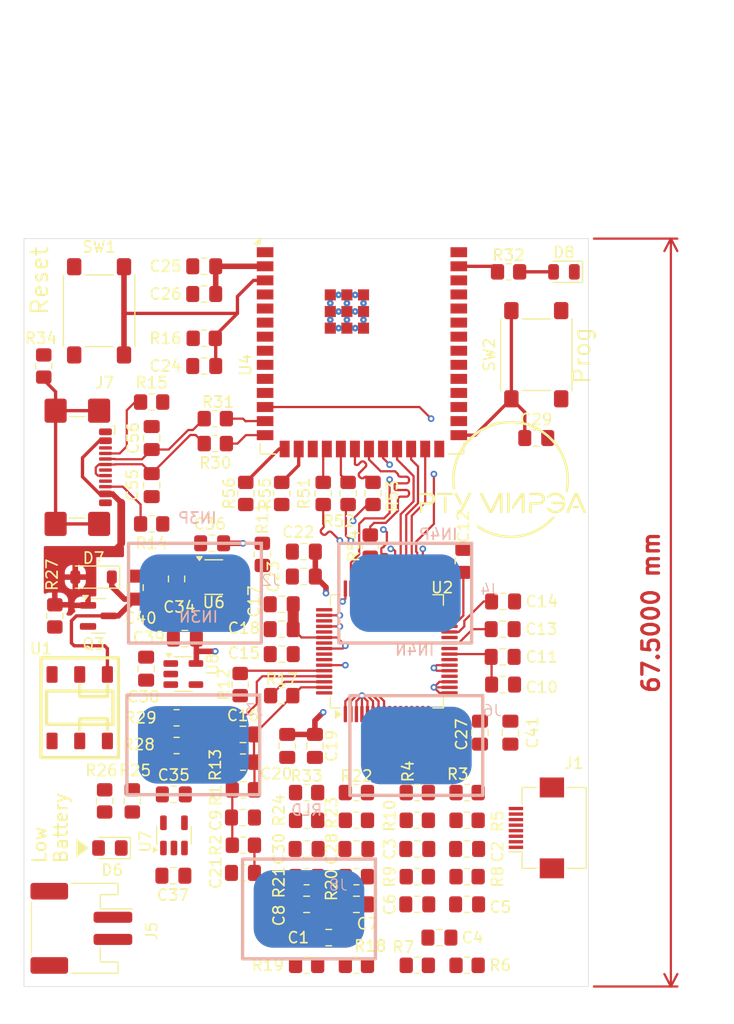
<source format=kicad_pcb>
(kicad_pcb (version 20241229) (generator "pcbnew") (generator_version "9.0")
  (layers (0 "F.Cu" signal) (4 "In1.Cu" power) (6 "In2.Cu" power) (2 "B.Cu" signal) (13 "F.Paste" user) (15 "B.Paste" user) (5 "F.SilkS" user "F.Silkscreen") (7 "B.SilkS" user "B.Silkscreen") (1 "F.Mask" user) (3 "B.Mask" user) (25 "Edge.Cuts" user))
  (net 0 "")
  (net 1 "GNDA")
  (net 2 "Net-(U2-IN3P)")
  (net 3 "Net-(U2-IN3N)")
  (net 4 "Net-(C9-Pad2)")
  (net 5 "Net-(U2-VREFP)")
  (net 6 "Net-(U2-VCAP2)")
  (net 7 "Net-(U2-VCAP4)")
  (net 8 "Net-(U2-VCAP1)")
  (net 9 "Net-(U2-VCAP3)")
  (net 10 "RLDINV")
  (net 11 "Net-(U2-RLDOUT)")
  (net 12 "+3.3VA")
  (net 13 "/adc_8/RLD")
  (net 14 "+3.3V")
  (net 15 "GND")
  (net 16 "EN")
  (net 17 "IO0")
  (net 18 "Net-(U2-IN4P)")
  (net 19 "VIN")
  (net 20 "/power_supply/VUSB{slash}2.1A")
  (net 21 "/power_supply/BAT")
  (net 22 "Net-(U2-IN4N)")
  (net 23 "Net-(C1-Pad2)")
  (net 24 "Net-(C1-Pad1)")
  (net 25 "Net-(C2-Pad1)")
  (net 26 "Net-(C3-Pad1)")
  (net 27 "Net-(C4-Pad2)")
  (net 28 "Net-(C4-Pad1)")
  (net 29 "/usb_d+")
  (net 30 "/usb_d-")
  (net 31 "/adc_8/sclk")
  (net 32 "Net-(D6-A)")
  (net 33 "Net-(D6-K)")
  (net 34 "Net-(D8-A)")
  (net 35 "Net-(C28-Pad1)")
  (net 36 "Net-(C30-Pad1)")
  (net 37 "Net-(J7-CC1)")
  (net 38 "Net-(J7-SHIELD)")
  (net 41 "Net-(J7-CC2)")
  (net 42 "Net-(U2-RLDREF)")
  (net 43 "Net-(U2-RLDIN)")
  (net 44 "Net-(U7-PROG)")
  (net 45 "/cpu_wroom_esp32/bat_mon")
  (net 46 "/cpu_wroom_esp32/D+")
  (net 47 "/cpu_wroom_esp32/D-")
  (net 48 "/adc_8/cs")
  (net 49 "Net-(U4-IO10)")
  (net 50 "Net-(U4-IO11)")
  (net 51 "/adc_8/din")
  (net 52 "Net-(U4-IO12)")
  (net 53 "/adc_8/dout")
  (net 54 "Net-(U4-IO13)")
  (net 55 "Net-(U4-IO46)")
  (net 56 "Net-(U4-IO3)")
  (net 57 "PWR_ENA")
  (net 66 "/adc_8/reset")
  (net 67 "/adc_8/drdy")
  (net 69 "/adc_8/start")
  (net 70 "/adc_8/pwdn")
  (net 71 "/adc_8/clk")
  (net 75 "IO1")
  (net 95 "/adc_8/IN3PF")
  (net 96 "/adc_8/IN3NF")
  (net 97 "/adc_8/IN4PF")
  (net 98 "/adc_8/IN4NF")
  (net 99 "/adc_8/IN2N")
  (net 100 "/adc_8/IN1P")
  (net 101 "/adc_8/IN1N")
  (net 102 "/adc_8/IN2P")
  (footprint "Capacitor_SMD:C_0805_2012Metric_Pad1.18x1.45mm_HandSolder" (layer "F.Cu") (at 193.4125 79.0875 90)
    (property "Reference" "C12")
    (property "Value" "1uF")
  )
  (footprint "Resistor_SMD:R_0805_2012Metric_Pad1.20x1.40mm_HandSolder" (layer "F.Cu") (at 179.25 115.5875)
    (property "Reference" "R19")
    (property "Value" "5.1k")
  )
  (footprint "Capacitor_SMD:C_0805_2012Metric_Pad1.18x1.45mm_HandSolder" (layer "F.Cu") (at 197 82.75)
    (property "Reference" "C14")
    (property "Value" "22uF")
  )
  (footprint "Resistor_SMD:R_0805_2012Metric_Pad1.20x1.40mm_HandSolder" (layer "F.Cu") (at 180.75 73 90)
    (property "Reference" "R51")
    (property "Value" "20")
  )
  (footprint "Package_TO_SOT_SMD:SOT-23" (layer "F.Cu") (at 160.4375 84.05)
    (property "Reference" "Q3")
    (property "Value" "DMG3404L")
  )
  (footprint "Capacitor_SMD:C_0805_2012Metric_Pad1.18x1.45mm_HandSolder" (layer "F.Cu") (at 165.25 72.25 90)
    (property "Reference" "C55")
    (property "Value" "10pF")
  )
  (footprint "Resistor_SMD:R_0805_2012Metric_Pad1.20x1.40mm_HandSolder" (layer "F.Cu") (at 183.75 115.5875 180)
    (property "Reference" "R18")
    (property "Value" "5.1k")
  )
  (footprint "Capacitor_SMD:C_0805_2012Metric_Pad1.18x1.45mm_HandSolder" (layer "F.Cu") (at 179.25 105.0875)
    (property "Reference" "C30")
    (property "Value" "2.2uF")
  )
  (footprint "Capacitor_SMD:C_0805_2012Metric_Pad1.18x1.45mm_HandSolder" (layer "F.Cu") (at 170 55)
    (property "Reference" "C26")
    (property "Value" "0.1uF")
  )
  (footprint "Capacitor_SMD:C_0805_2012Metric_Pad1.18x1.45mm_HandSolder" (layer "F.Cu") (at 173.5 94.75)
    (property "Reference" "C16")
    (property "Value" "0.01uF")
  )
  (footprint "Button_Switch_SMD:SW_SPST_PTS645Sx43SMTR92" (layer "F.Cu") (at 160.5 56.52 90)
    (property "Reference" "SW1")
    (property "Value" "SW_Push")
  )
  (footprint "Capacitor_SMD:C_0805_2012Metric_Pad1.18x1.45mm_HandSolder" (layer "F.Cu") (at 167.25 100.1625)
    (property "Reference" "C35")
    (property "Value" "4.7uF")
  )
  (footprint "Logo:mirea-2026" (layer "F.Cu") (at 197 71.75)
    (property "Reference" "G***" (hide yes))
    (property "Value" "LOGO" (hide yes))
  )
  (footprint "Resistor_SMD:R_0805_2012Metric_Pad1.20x1.40mm_HandSolder" (layer "F.Cu") (at 156.5 84.05 90)
    (property "Reference" "R27")
    (property "Value" "10k")
  )
  (footprint "Capacitor_SMD:C_0805_2012Metric_Pad1.18x1.45mm_HandSolder" (layer "F.Cu") (at 173.5 107.25)
    (property "Reference" "C21")
    (property "Value" "~")
  )
  (footprint "Resistor_SMD:R_0805_2012Metric_Pad1.20x1.40mm_HandSolder" (layer "F.Cu") (at 173.5375 104.75)
    (property "Reference" "R2")
    (property "Value" "10k")
  )
  (footprint "Capacitor_SMD:C_0805_2012Metric_Pad1.18x1.45mm_HandSolder" (layer "F.Cu") (at 191.25 113.0875 180)
    (property "Reference" "C4")
    (property "Value" "33nF")
  )
  (footprint "LED_SMD:LED_0805_2012Metric" (layer "F.Cu") (at 202.5 53 180)
    (property "Reference" "D8")
    (property "Value" "LED")
  )
  (footprint "Diode_SMD:D_SOD-123" (layer "F.Cu") (at 160 80.55 180)
    (property "Reference" "D7")
    (property "Value" "MBR0520")
  )
  (footprint "Capacitor_SMD:C_0805_2012Metric_Pad1.18x1.45mm_HandSolder" (layer "F.Cu") (at 200 68)
    (property "Reference" "C29")
    (property "Value" "0.1uF")
  )
  (footprint "Capacitor_SMD:C_0805_2012Metric_Pad1.18x1.45mm_HandSolder" (layer "F.Cu") (at 189.25 110.0875)
    (property "Reference" "C6")
    (property "Value" "22nF")
  )
  (footprint "Package_TO_SOT_SMD:SOT-23-5" (layer "F.Cu") (at 168.1125 89.3)
    (property "Reference" "U8")
    (property "Value" "AP2112K-3.3")
  )
  (footprint "Resistor_SMD:R_0805_2012Metric_Pad1.20x1.40mm_HandSolder" (layer "F.Cu") (at 185.25 73 90)
    (property "Reference" "R53")
    (property "Value" "20")
  )
  (footprint "Connector_USB:USB_C_Receptacle_GCT_USB4110" (layer "F.Cu") (at 157.395 70.64 -90)
    (property "Reference" "J7")
    (property "Value" "USB_C_Receptacle_USB2.0_16P")
  )
  (footprint "Capacitor_SMD:C_0805_2012Metric_Pad1.18x1.45mm_HandSolder" (layer "F.Cu") (at 196.9625 85.25)
    (property "Reference" "C13")
    (property "Value" "1uF")
  )
  (footprint "Capacitor_SMD:C_0805_2012Metric_Pad1.18x1.45mm_HandSolder" (layer "F.Cu") (at 164.75 88.8125 90)
    (property "Reference" "C38")
    (property "Value" "1uF")
  )
  (footprint "Resistor_SMD:R_0805_2012Metric_Pad1.20x1.40mm_HandSolder" (layer "F.Cu") (at 179.25 107.5875 180)
    (property "Reference" "R21")
    (property "Value" "10k")
  )
  (footprint "Capacitor_SMD:C_0805_2012Metric_Pad1.18x1.45mm_HandSolder" (layer "F.Cu") (at 189.25 105.0875)
    (property "Reference" "C3")
    (property "Value" "2.2uF")
  )
  (footprint "Capacitor_SMD:C_0805_2012Metric_Pad1.18x1.45mm_HandSolder" (layer "F.Cu") (at 179 80.5)
    (property "Reference" "C23")
    (property "Value" "0.1uF")
  )
  (footprint "Capacitor_SMD:C_0805_2012Metric_Pad1.18x1.45mm_HandSolder" (layer "F.Cu") (at 196.9625 87.75 180)
    (property "Reference" "C11")
    (property "Value" "10uF")
  )
  (footprint "Resistor_SMD:R_0805_2012Metric_Pad1.20x1.40mm_HandSolder" (layer "F.Cu") (at 173.5375 99.75 180)
    (property "Reference" "R1")
    (property "Value" "22k")
  )
  (footprint "Resistor_SMD:R_0805_2012Metric_Pad1.20x1.40mm_HandSolder" (layer "F.Cu") (at 175.25 78.5 -90)
    (property "Reference" "R11")
    (property "Value" "0")
  )
  (footprint "Resistor_SMD:R_0805_2012Metric_Pad1.20x1.40mm_HandSolder" (layer "F.Cu") (at 173.25 90.25 90)
    (property "Reference" "R12")
    (property "Value" "0")
  )
  (footprint "Resistor_SMD:R_0805_2012Metric_Pad1.20x1.40mm_HandSolder" (layer "F.Cu") (at 165.25 75.75 180)
    (property "Reference" "R14")
    (property "Value" "5.1k")
  )
  (footprint "Capacitor_SMD:C_0805_2012Metric_Pad1.18x1.45mm_HandSolder" (layer "F.Cu") (at 179.25 110.0875)
    (property "Reference" "C8")
    (property "Value" "22nF")
  )
  (footprint "Capacitor_SMD:C_0805_2012Metric_Pad1.18x1.45mm_HandSolder" (layer "F.Cu") (at 170 61.5)
    (property "Reference" "C24")
    (property "Value" "1uF")
  )
  (footprint "Capacitor_SMD:C_0805_2012Metric_Pad1.18x1.45mm_HandSolder" (layer "F.Cu") (at 173.5 102.25 180)
    (property "Reference" "C9")
    (property "Value" "47pF")
  )
  (footprint "Resistor_SMD:R_0805_2012Metric_Pad1.20x1.40mm_HandSolder" (layer "F.Cu") (at 155.5 61.5 -90)
    (property "Reference" "R34")
    (property "Value" "100k")
  )
  (footprint "Resistor_SMD:R_0805_2012Metric_Pad1.20x1.40mm_HandSolder" (layer "F.Cu") (at 189.25 102.5 180)
    (property "Reference" "R10")
    (property "Value" "10k")
  )
  (footprint "Resistor_SMD:R_0805_2012Metric_Pad1.20x1.40mm_HandSolder" (layer "F.Cu") (at 185 77.75 90)
    (property "Reference" "R54")
    (property "Value" "20")
  )
  (footprint "Resistor_SMD:R_0805_2012Metric_Pad1.20x1.40mm_HandSolder" (layer "F.Cu") (at 165.25 64.75 180)
    (property "Reference" "R15")
    (property "Value" "5.1k")
  )
  (footprint "Capacitor_SMD:C_0805_2012Metric_Pad1.18x1.45mm_HandSolder" (layer "F.Cu") (at 180 95.7875 90)
    (property "Reference" "C19")
    (property "Value" "1uF")
  )
  (footprint "Resistor_SMD:R_0805_2012Metric_Pad1.20x1.40mm_HandSolder" (layer "F.Cu") (at 173.5 97.25 180)
    (property "Reference" "R13")
    (property "Value" "390k")
  )
  (footprint "Resistor_SMD:R_0805_2012Metric_Pad1.20x1.40mm_HandSolder" (layer "F.Cu") (at 179.25 100)
    (property "Reference" "R33")
    (property "Value" "10k")
  )
  (footprint "Capacitor_SMD:C_0805_2012Metric_Pad1.18x1.45mm_HandSolder" (layer "F.Cu") (at 177 87.5 180)
    (property "Reference" "C15")
    (property "Value" "1uF")
  )
  (footprint "Resistor_SMD:R_0805_2012Metric_Pad1.20x1.40mm_HandSolder" (layer "F.Cu") (at 167.5 93.25)
    (property "Reference" "R29")
    (property "Value" "10k")
  )
  (footprint "Resistor_SMD:R_0805_2012Metric_Pad1.20x1.40mm_HandSolder" (layer "F.Cu") (at 167.5 95.75 180)
    (property "Reference" "R28")
    (property "Value" "10k")
  )
  (footprint "emg:MSS22D18" (layer "F.Cu") (at 158.75 92.3375 180)
    (property "Reference" "U1")
    (property "Value" "MSS22D18")
  )
  (footprint "Resistor_SMD:R_0805_2012Metric_Pad1.20x1.40mm_HandSolder" (layer "F.Cu") (at 177 73 90)
    (property "Reference" "R55")
    (property "Value" "10k")
  )
  (footprint "Capacitor_SMD:C_0805_2012Metric_Pad1.18x1.45mm_HandSolder" (layer "F.Cu") (at 168.25 86.1)
    (property "Reference" "C39")
    (property "Value" "2.2uF")
  )
  (footprint "LED_SMD:LED_0805_2012Metric_Pad1.15x1.40mm_HandSolder" (layer "F.Cu") (at 161.475 105 180)
    (property "Reference" "D6")
    (property "Value" "LED")
  )
  (footprint "Capacitor_SMD:C_0805_2012Metric_Pad1.18x1.45mm_HandSolder" (layer "F.Cu") (at 177 85.25)
    (property "Reference" "C18")
    (property "Value" "0.1uF")
  )
  (footprint "Capacitor_SMD:C_0805_2012Metric_Pad1.18x1.45mm_HandSolder" (layer "F.Cu") (at 163.75 81.5 -90)
    (property "Reference" "C40")
    (property "Value" "1uF")
  )
  (footprint "Resistor_SMD:R_0805_2012Metric_Pad1.20x1.40mm_HandSolder" (layer "F.Cu") (at 183.75 107.5875)
    (property "Reference" "R20")
    (property "Value" "10k")
  )
  (footprint "Capacitor_SMD:C_0805_2012Metric_Pad1.18x1.45mm_HandSolder" (layer "F.Cu") (at 197.6625 94.5875 90)
    (property "Reference" "C41")
    (property "Value" "0.1uF")
  )
  (footprint "Resistor_SMD:R_0805_2012Metric_Pad1.20x1.40mm_HandSolder" (layer "F.Cu") (at 179.25 102.5 180)
    (property "Reference" "R24")
    (property "Value" "10k")
  )
  (footprint "Resistor_SMD:R_0805_2012Metric_Pad1.20x1.40mm_HandSolder" (layer "F.Cu") (at 193.75 100)
    (property "Reference" "R3")
    (property "Value" "10k")
  )
  (footprint "Capacitor_SMD:C_0805_2012Metric_Pad1.18x1.45mm_HandSolder" (layer "F.Cu") (at 167.5 80.7125 90)
    (property "Reference" "C34")
    (property "Value" "1uF")
  )
  (footprint "Connector_FFC-FPC:Hirose_FH12-8S-0.5SH_1x08-1MP_P0.50mm_Horizontal" (layer "F.Cu") (at 200.0125 103.1875 90)
    (property "Reference" "J1")
    (property "Value" "Conn_01x08")
  )
  (footprint "Capacitor_SMD:C_0805_2012Metric_Pad1.18x1.45mm_HandSolder" (layer "F.Cu") (at 194.9125 94.5875 90)
    (property "Reference" "C27")
    (property "Value" "1uF")
  )
  (footprint "Resistor_SMD:R_0805_2012Metric_Pad1.20x1.40mm_HandSolder" (layer "F.Cu") (at 189.25 100)
    (property "Reference" "R4")
    (property "Value" "10k")
  )
  (footprint "Resistor_SMD:R_0805_2012Metric_Pad1.20x1.40mm_HandSolder" (layer "F.Cu") (at 193.75 107.5875)
    (property "Reference" "R8")
    (property "Value" "10k")
  )
  (footprint "Package_TO_SOT_SMD:SOT-23-5" (layer "F.Cu") (at 167.2625 103.8625 90)
    (property "Reference" "U7")
    (property "Value" "MCP73831-2-OT")
  )
  (footprint "Capacitor_SMD:C_0805_2012Metric_Pad1.18x1.45mm_HandSolder" (layer "F.Cu") (at 179 78.25)
    (property "Reference" "C22")
    (property "Value" "1uF")
  )
  (footprint "Connector_JST:JST_PH_S2B-PH-SM4-TB_1x02-1MP_P2.00mm_Horizontal" (layer "F.Cu") (at 158.9 112.25 -90)
    (property "Reference" "J5")
    (property "Value" "Battery Connector JC2")
  )
  (footprint "Resistor_SMD:R_0805_2012Metric_Pad1.20x1.40mm_HandSolder" (layer "F.Cu") (at 183 73 90)
    (property "Reference" "R52")
    (property "Value" "20")
  )
  (footprint "Resistor_SMD:R_0805_2012Metric_Pad1.20x1.40mm_HandSolder" (layer "F.Cu") (at 189.25 107.5875 180)
    (property "Reference" "R9")
    (property "Value" "10k")
  )
  (footprint "Capacitor_SMD:C_0805_2012Metric_Pad1.18x1.45mm_HandSolder" (layer "F.Cu") (at 183.75 110.0875)
    (property "Reference" "C7")
    (property "Value" "22nF")
  )
  (footprint "Capacitor_SMD:C_0805_2012Metric_Pad1.18x1.45mm_HandSolder" (layer "F.Cu") (at 167.2125 107.5 180)
    (property "Reference" "C37")
    (property "Value" "4.7uF")
  )
  (footprint "Capacitor_SMD:C_0805_2012Metric_Pad1.18x1.45mm_HandSolder" (layer "F.Cu") (at 183.75 105.0875 180)
    (property "Reference" "C28")
    (property "Value" "2.2uF")
  )
  (footprint "Resistor_SMD:R_0805_2012Metric_Pad1.20x1.40mm_HandSolder" (layer "F.Cu") (at 193.75 102.5 180)
    (property "Reference" "R5")
    (property "Value" "10k")
  )
  (footprint "Resistor_SMD:R_0805_2012Metric_Pad1.20x1.40mm_HandSolder" (layer "F.Cu") (at 161 100.75 -90)
    (property "Reference" "R26")
    (property "Value" "300")
  )
  (footprint "Capacitor_SMD:C_0805_2012Metric_Pad1.18x1.45mm_HandSolder" (layer "F.Cu") (at 177.5 95.7875 90)
    (property "Reference" "C20")
    (property "Value" "0.1uF")
  )
  (footprint "Resistor_SMD:R_0805_2012Metric_Pad1.20x1.40mm_HandSolder" (layer "F.Cu") (at 171 66.25 180)
    (property "Reference" "R31")
    (property "Value" "20")
  )
  (footprint "Capacitor_SMD:C_0805_2012Metric_Pad1.18x1.45mm_HandSolder" (layer "F.Cu") (at 170.7125 77.5)
    (property "Reference" "C36")
    (property "Value" "2.2uF")
  )
  (footprint "Resistor_SMD:R_0805_2012Metric_Pad1.20x1.40mm_HandSolder" (layer "F.Cu") (at 183.75 100)
    (property "Reference" "R22")
    (property "Value" "10k")
  )
  (footprint "Capacitor_SMD:C_0805_2012Metric_Pad1.18x1.45mm_HandSolder" (layer "F.Cu") (at 193.75 105.0875 180)
    (property "Reference" "C2")
    (property "Value" "2.2uF")
  )
  (footprint "Resistor_SMD:R_0805_2012Metric_Pad1.20x1.40mm_HandSolder" (layer "F.Cu") (at 193.75 115.5875 180)
    (property "Reference" "R6")
    (property "Value" "5.1k")
  )
  (footprint "Capacitor_SMD:C_0805_2012Metric_Pad1.18x1.45mm_HandSolder" (layer "F.Cu") (at 181.25 113.0875 180)
    (property "Reference" "C1")
    (property "Value" "33nF")
  )
  (footprint "Package_TO_SOT_SMD:SOT-23-5" (layer "F.Cu") (at 170.8625 80.55)
    (property "Reference" "U6")
    (property "Value" "AP2112K-3.3")
  )
  (footprint "Resistor_SMD:R_0805_2012Metric_Pad1.20x1.40mm_HandSolder" (layer "F.Cu") (at 173.75 73 -90)
    (property "Reference" "R56")
    (property "Value" "10k")
  )
  (footprint "Resistor_SMD:R_0805_2012Metric_Pad1.20x1.40mm_HandSolder" (layer "F.Cu") (at 197.5 53 180)
    (property "Reference" "R32")
    (property "Value" "300")
  )
  (footprint "Resistor_SMD:R_0805_2012Metric_Pad1.20x1.40mm_HandSolder" (layer "F.Cu") (at 163.5 100.75 -90)
    (property "Reference" "R25")
    (property "Value" "2k")
  )
  (footprint "Capacitor_SMD:C_0805_2012Metric_Pad1.18x1.45mm_HandSolder" (layer "F.Cu") (at 165.25 68 90)
    (property "Reference" "C56")
    (property "Value" "10pF")
  )
  (footprint "Button_Switch_SMD:SW_SPST_PTS645Sx43SMTR92" (layer "F.Cu") (at 200 60.48 -90)
    (property "Reference" "SW2")
    (property "Value" "SW_Push")
  )
  (footprint "Capacitor_SMD:C_0805_2012Metric_Pad1.18x1.45mm_HandSolder" (layer "F.Cu") (at 193.75 110.0875)
    (property "Reference" "C5")
    (property "Value" "22nF")
  )
  (footprint "Resistor_SMD:R_0805_2012Metric_Pad1.20x1.40mm_HandSolder" (layer "F.Cu") (at 171 68.5 180)
    (property "Reference" "R30")
    (property "Value" "20")
  )
  (footprint "Capacitor_SMD:C_0805_2012Metric_Pad1.18x1.45mm_HandSolder" (layer "F.Cu") (at 170 52.5)
    (property "Reference" "C25")
    (property "Value" "22uF")
  )
  (footprint "Package_QFP:TQFP-64_10x10mm_P0.5mm" (layer "F.Cu") (at 186.5 87.25 90)
    (property "Reference" "U2")
    (property "Value" "ADS1298xPAG")
  )
  (footprint "Resistor_SMD:R_0805_2012Metric_Pad1.20x1.40mm_HandSolder" (layer "F.Cu") (at 189.25 115.5875)
    (property "Reference" "R7")
    (property "Value" "5.1k")
  )
  (footprint "Resistor_SMD:R_0805_2012Metric_Pad1.20x1.40mm_HandSolder" (layer "F.Cu") (at 183.75 102.5 180)
    (property "Reference" "R23")
    (property "Value" "10k")
  )
  (footprint "Resistor_SMD:R_0805_2012Metric_Pad1.20x1.40mm_HandSolder" (layer "F.Cu") (at 177 91.25 180)
    (property "Reference" "R17")
    (property "Value" "0")
  )
  (footprint "Capacitor_SMD:C_0805_2012Metric_Pad1.18x1.45mm_HandSolder" (layer "F.Cu") (at 197 90.25 180)
    (property "Reference" "C10")
    (property "Value" "0.1uF")
  )
  (footprint "Capacitor_SMD:C_0805_2012Metric_Pad1.18x1.45mm_HandSolder" (layer "F.Cu") (at 177 83)
    (property "Reference" "C17")
    (property "Value" "1uF")
  )
  (footprint "Resistor_SMD:R_0805_2012Metric_Pad1.20x1.40mm_HandSolder" (layer "F.Cu") (at 170 59 180)
    (property "Reference" "R16")
    (property "Value" "5.1k")
  )
  (footprint "RF_Module:ESP32-S3-WROOM-2" (layer "F.Cu") (at 184.25 56.49)
    (property "Reference" "U4")
    (property "Value" "ESP32-S3-WROOM-2")
  )
  (footprint "emg:EMG_PAD_10_7" (layer "B.Cu") (at 188.1625 82 180)
    (property "Reference" "J4")
    (property "Value" "IN4P")
  )
  (footprint "emg:EMG_PAD_10_7" (layer "B.Cu") (at 169.1625 82 180)
    (property "Reference" "J2")
    (property "Value" "IN3P")
  )
  (footprint "emg:EMG_PAD_10_7" (layer "B.Cu") (at 179.4625 110.5 180)
    (property "Reference" "J8")
    (property "Value" "RLD")
  )
  (footprint "emg:EMG_PAD_10_7" (layer "B.Cu") (at 189.1625 95.75 180)
    (property "Reference" "J6")
    (property "Value" "IN4N")
  )
  (footprint "emg:EMG_PAD_10_7" (layer "B.Cu") (at 169.0125 95.69 180)
    (property "Reference" "J3")
    (property "Value" "IN3N")
  )
  (gr_poly (pts (xy 158.5 105.75) (xy 158.5 104.25) (xy 159.5 105)) (stroke (width 0.1)) (fill yes) (layer "F.SilkS"))
  (gr_rect (start 153.7125 50) (end 204.7125 117.5) (stroke (width 0.05)) (fill no) (layer "Edge.Cuts"))
  (gr_text "Reset" (at 156 57 90) (layer "F.SilkS") (effects (font (size 1.5 1.5) (thickness 0.1875)) (justify left bottom)))
  (gr_text "Prog" (at 205 63.25 90) (layer "F.SilkS") (effects (font (size 1.5 1.5) (thickness 0.1875)) (justify left bottom)))
  (gr_text "Low\nBattery" (at 157.75 106.5 90) (layer "F.SilkS") (effects (font (size 1.2 1.2) (thickness 0.1875)) (justify left bottom)))
  (dimension (type aligned) (layer "F.Cu") (pts (xy 204.7125 50) (xy 204.7125 117.5)) (height -7.45) (format (prefix "") (suffix "") (units 3) (units_format 1) (precision 4)) (style (thickness 0.2) (arrow_length 1.27) (text_position_mode 0) (arrow_direction outward) (extension_height 0.58642) (extension_offset 0.5) (keep_text_aligned yes)) (gr_text "67.5000 mm" (at 210.3625 83.75 90) (layer "F.Cu") (effects (font (size 1.5 1.5) (thickness 0.3)))))
  (segment (start 172.4625 102.7125) (end 172.5375 102.7875) (width 0.2) (layer "F.Cu") (net 4))
  (segment (start 172.5375 102.175) (end 172.4625 102.25) (width 0.2) (layer "F.Cu") (net 4))
  (segment (start 172.5375 102.7875) (end 172.5375 104.75) (width 0.2) (layer "F.Cu") (net 4))
  (segment (start 172.5375 99.75) (end 172.5375 102.175) (width 0.2) (layer "F.Cu") (net 4))
  (segment (start 172.4625 102.25) (end 172.4625 102.7125) (width 0.2) (layer "F.Cu") (net 4))
  (segment (start 195.9625 87.7875) (end 195.925 87.75) (width 0.2) (layer "F.Cu") (net 5))
  (segment (start 195.675 87.5) (end 192.1625 87.5) (width 0.2) (layer "F.Cu") (net 5))
  (segment (start 195.925 87.75) (end 195.675 87.5) (width 0.2) (layer "F.Cu") (net 5))
  (segment (start 195.9625 90.25) (end 195.9625 87.7875) (width 0.2) (layer "F.Cu") (net 5))
  (segment (start 193.4125 80.125) (end 193.4125 84.021324) (width 0.2) (layer "F.Cu") (net 6))
  (segment (start 192.933824 84.5) (end 192.1625 84.5) (width 0.2) (layer "F.Cu") (net 6))
  (segment (start 193.4125 84.021324) (end 192.933824 84.5) (width 0.2) (layer "F.Cu") (net 6))
  (segment (start 194.25 85.25) (end 193 86.5) (width 0.2) (layer "F.Cu") (net 7))
  (segment (start 195.925 85.25) (end 194.25 85.25) (width 0.2) (layer "F.Cu") (net 7))
  (segment (start 193 86.5) (end 192.1625 86.5) (width 0.2) (layer "F.Cu") (net 7))
  (segment (start 195.9625 82.75) (end 195.25 82.75) (width 0.2) (layer "F.Cu") (net 8))
  (segment (start 193.5 85) (end 193 85.5) (width 0.2) (layer "F.Cu") (net 8))
  (segment (start 193.5 84.5) (end 193.5 85) (width 0.2) (layer "F.Cu") (net 8))
  (segment (start 195.25 82.75) (end 193.5 84.5) (width 0.2) (layer "F.Cu") (net 8))
  (segment (start 193 85.5) (end 192.1625 85.5) (width 0.2) (layer "F.Cu") (net 8))
  (segment (start 172.4625 94.75) (end 172.4625 97.2125) (width 0.2) (layer "F.Cu") (net 10))
  (segment (start 174.75 92) (end 172.4625 94.2875) (width 0.2) (layer "F.Cu") (net 10))
  (segment (start 172.4625 94.2875) (end 172.4625 94.75) (width 0.2) (layer "F.Cu") (net 10))
  (segment (start 172.4625 97.2125) (end 172.5 97.25) (width 0.2) (layer "F.Cu") (net 10))
  (segment (start 180.8375 89.5) (end 175.25 89.5) (width 0.2) (layer "F.Cu") (net 10))
  (segment (start 175.25 89.5) (end 174.75 90) (width 0.2) (layer "F.Cu") (net 10))
  (segment (start 174.75 90) (end 174.75 92) (width 0.2) (layer "F.Cu") (net 10))
  (segment (start 178 91.25) (end 174.5375 94.7125) (width 0.2) (layer "F.Cu") (net 11))
  (segment (start 174.5375 97.5375) (end 174.5375 99.75) (width 0.2) (layer "F.Cu") (net 11))
  (segment (start 178.75 90.5) (end 180.8375 90.5) (width 0.2) (layer "F.Cu") (net 11))
  (segment (start 174.5375 94.75) (end 174.5375 94.9625) (width 0.2) (layer "F.Cu") (net 11))
  (segment (start 174.5 97.5) (end 174.5375 97.5375) (width 0.2) (layer "F.Cu") (net 11))
  (segment (start 174.5375 94.9625) (end 174.5 95) (width 0.2) (layer "F.Cu") (net 11))
  (segment (start 174.5 97.25) (end 174.5 97.5) (width 0.2) (layer "F.Cu") (net 11))
  (segment (start 174.5 95) (end 174.5 97.25) (width 0.2) (layer "F.Cu") (net 11))
  (segment (start 178 91.25) (end 178.75 90.5) (width 0.2) (layer "F.Cu") (net 11))
  (segment (start 174.5375 94.7125) (end 174.5375 94.75) (width 0.2) (layer "F.Cu") (net 11))
  (segment (start 184.75 92.9125) (end 184.75 91.75) (width 0.2) (layer "F.Cu") (net 12))
  (segment (start 177.5 94.75) (end 180 94.75) (width 0.5) (layer "F.Cu") (net 12))
  (segment (start 191 88.5) (end 190.75 88.75) (width 0.2) (layer "F.Cu") (net 12))
  (segment (start 184.75 91.25) (end 184.25 91.25) (width 0.2) (layer "F.Cu") (net 12))
  (segment (start 192.1625 89) (end 191 89) (width 0.2) (layer "F.Cu") (net 12))
  (segment (start 182.75 91.75) (end 183.25 91.25) (width 0.2) (layer "F.Cu") (net 12))
  (segment (start 180 94.75) (end 180 93.5) (width 0.5) (layer "F.Cu") (net 12))
  (segment (start 183.25 91.75) (end 183.75 91.25) (width 0.2) (layer "F.Cu") (net 12))
  (segment (start 184.25 92.9125) (end 184.25 91.25) (width 0.2) (layer "F.Cu") (net 12))
  (segment (start 185.75 91.75) (end 185.25 91.25) (width 0.2) (layer "F.Cu") (net 12))
  (segment (start 182.5 87) (end 182.75 86.75) (width 0.2) (layer "F.Cu") (net 12))
  (segment (start 185.25 92.9125) (end 185.25 91.75) (width 0.2) (layer "F.Cu") (net 12))
  (segment (start 183.75 92.9125) (end 183.75 91.75) (width 0.2) (layer "F.Cu") (net 12))
  (segment (start 186.25 92.9125) (end 186.25 91.75) (width 0.2) (layer "F.Cu") (net 12))
  (segment (start 185.25 91.25) (end 184.25 91.25) (width 0.2) (layer "F.Cu") (net 12))
  (segment (start 180.8375 86) (end 182 86) (width 0.2) (layer "F.Cu") (net 12))
  (segment (start 185.75 92.9125) (end 185.75 91.75) (width 0.2) (layer "F.Cu") (net 12))
  (segment (start 180.8375 87) (end 182.5 87) (width 0.2) (layer "F.Cu") (net 12))
  (segment (start 191.25 91) (end 190.75 90.5) (width 0.2) (layer "F.Cu") (net 12))
  (segment (start 192.1625 90) (end 191.25 90) (width 0.2) (layer "F.Cu") (net 12))
  (segment (start 169.2875 87.25) (end 169.2875 88.3125) (width 0.5) (layer "F.Cu") (net 12))
  (segment (start 182 86) (end 182.75 86.75) (width 0.2) (layer "F.Cu") (net 12))
  (segment (start 178.7875 86) (end 180.8375 86) (width 0.2) (layer "F.Cu") (net 12))
  (segment (start 182.75 88.5) (end 180.8375 88.5) (width 0.2) (layer "F.Cu") (net 12))
  (segment (start 192.1625 91) (end 191.25 91) (width 0.2) (layer "F.Cu") (net 12))
  (segment (start 178.0375 83) (end 178.0375 85.25) (width 1) (layer "F.Cu") (net 12))
  (segment (start 169.2875 87.25) (end 171 87.25) (width 0.5) (layer "F.Cu") (net 12))
  (segment (start 183.25 92.9125) (end 183.25 91.75) (width 0.2) (layer "F.Cu") (net 12))
  (segment (start 192.1625 88.5) (end 191 88.5) (width 0.2) (layer "F.Cu") (net 12))
  (segment (start 178.0375 85.25) (end 178.7875 86) (width 0.2) (layer "F.Cu") (net 12))
  (segment (start 180 93.5) (end 180.75 92.75) (width 0.5) (layer "F.Cu") (net 12))
  (segment (start 183.75 91.25) (end 184.25 91.25) (width 0.2) (layer "F.Cu") (net 12))
  (segment (start 185.75 91.25) (end 184.25 91.25) (width 0.2) (layer "F.Cu") (net 12))
  (segment (start 191 89) (end 190.75 88.75) (width 0.2) (layer "F.Cu") (net 12))
  (segment (start 185.25 91.75) (end 184.75 91.25) (width 0.2) (layer "F.Cu") (net 12))
  (segment (start 192.1625 90.5) (end 190.75 90.5) (width 0.2) (layer "F.Cu") (net 12))
  (segment (start 184.75 91.75) (end 184.25 91.25) (width 0.2) (layer "F.Cu") (net 12))
  (segment (start 186.25 91.75) (end 185.75 91.25) (width 0.2) (layer "F.Cu") (net 12))
  (segment (start 182.75 92.9125) (end 182.75 91.75) (width 0.2) (layer "F.Cu") (net 12))
  (segment (start 169.2875 88.3125) (end 169.25 88.35) (width 0.5) (layer "F.Cu") (net 12))
  (segment (start 183.75 91.75) (end 184.25 91.25) (width 0.2) (layer "F.Cu") (net 12))
  (segment (start 183.25 91.25) (end 184.25 91.25) (width 0.2) (layer "F.Cu") (net 12))
  (segment (start 191.25 90) (end 190.75 90.5) (width 0.2) (layer "F.Cu") (net 12))
  (segment (start 169.2875 86.1) (end 169.2875 87.25) (width 0.5) (layer "F.Cu") (net 12))
  (via (at 190.75 88.75) (size 0.6) (drill 0.3) (layers "F.Cu" "B.Cu") (net 12))
  (via (at 180.75 92.75) (size 0.6) (drill 0.3) (layers "F.Cu" "B.Cu") (net 12))
  (via (at 190.75 90.5) (size 0.6) (drill 0.3) (layers "F.Cu" "B.Cu") (net 12))
  (via (at 184.25 91.25) (size 0.6) (drill 0.3) (layers "F.Cu" "B.Cu") (net 12))
  (via (at 171 87.25) (size 0.6) (drill 0.3) (layers "F.Cu" "B.Cu") (net 12))
  (via (at 182.75 86.75) (size 0.6) (drill 0.3) (layers "F.Cu" "B.Cu") (net 12))
  (via (at 182.75 88.5) (size 0.6) (drill 0.3) (layers "F.Cu" "B.Cu") (net 12))
  (segment (start 174.5375 104.75) (end 174.5375 107.25) (width 0.2) (layer "F.Cu") (net 13))
  (segment (start 182.75 81.5875) (end 182.75 82.5) (width 0.2) (layer "F.Cu") (net 14))
  (segment (start 180.8375 85) (end 182.25 85) (width 0.2) (layer "F.Cu") (net 14))
  (segment (start 181 82) (end 181 81.4625) (width 0.5) (layer "F.Cu") (net 14))
  (segment (start 181 81.4625) (end 180.0375 80.5) (width 0.5) (layer "F.Cu") (net 14))
  (segment (start 180.0375 80.5) (end 180.0375 78.25) (width 0.5) (layer "F.Cu") (net 14))
  (segment (start 171.0375 52.5) (end 175.5 52.5) (width 0.5) (layer "F.Cu") (net 14))
  (segment (start 182.75 82.5) (end 182.5 82.75) (width 0.2) (layer "F.Cu") (net 14))
  (segment (start 180.8375 84) (end 182.25 84) (width 0.2) (layer "F.Cu") (net 14))
  (segment (start 171.0375 52.5) (end 171.0375 55) (width 0.5) (layer "F.Cu") (net 14))
  (segment (start 171.75 77.5) (end 173.5 77.5) (width 0.5) (layer "F.Cu") (net 14))
  (via (at 182.25 84) (size 0.6) (drill 0.3) (layers "F.Cu" "B.Cu") (net 14))
  (via (at 173.5 77.5) (size 0.6) (drill 0.3) (layers "F.Cu" "B.Cu") (net 14))
  (via (at 182.25 85) (size 0.6) (drill 0.3) (layers "F.Cu" "B.Cu") (net 14))
  (via (at 181 82) (size 0.6) (drill 0.3) (layers "F.Cu" "B.Cu") (net 14))
  (via (at 182.5 82.75) (size 0.6) (drill 0.3) (layers "F.Cu" "B.Cu") (net 14))
  (segment (start 171 58.75) (end 173 56.75) (width 0.3) (layer "F.Cu") (net 16))
  (segment (start 173 55.22) (end 174.45 53.77) (width 0.3) (layer "F.Cu") (net 16))
  (segment (start 171.0375 59.0375) (end 171 59) (width 0.3) (layer "F.Cu") (net 16))
  (segment (start 171 59) (end 171 58.75) (width 0.3) (layer "F.Cu") (net 16))
  (segment (start 162.25 60.48) (end 162.306 60.424) (width 0.3) (layer "F.Cu") (net 16))
  (segment (start 162.75 52.54) (end 162.75 56.75) (width 0.5) (layer "F.Cu") (net 16))
  (segment (start 173 56.75) (end 173 55.22) (width 0.3) (layer "F.Cu") (net 16))
  (segment (start 171.0375 61.5) (end 171.0375 59.0375) (width 0.3) (layer "F.Cu") (net 16))
  (segment (start 162.75 60.5) (end 162.826 60.424) (width 0.3) (layer "F.Cu") (net 16))
  (segment (start 162.75 56.75) (end 173 56.75) (width 0.3) (layer "F.Cu") (net 16))
  (segment (start 162.75 56.75) (end 162.75 60.5) (width 0.5) (layer "F.Cu") (net 16))
  (segment (start 174.45 53.77) (end 175.5 53.77) (width 0.3) (layer "F.Cu") (net 16))
  (segment (start 194.47 67.74) (end 197.75 64.46) (width 0.3) (layer "F.Cu") (net 17))
  (segment (start 198.9625 65.6725) (end 197.75 64.46) (width 0.3) (layer "F.Cu") (net 17))
  (segment (start 193 67.74) (end 194.47 67.74) (width 0.3) (layer "F.Cu") (net 17))
  (segment (start 198.9625 68) (end 198.9625 65.6725) (width 0.3) (layer "F.Cu") (net 17))
  (segment (start 197.75 56.5) (end 197.75 64.46) (width 0.3) (layer "F.Cu") (net 17))
  (segment (start 162.7875 82.5375) (end 163.75 82.5375) (width 0.5) (layer "F.Cu") (net 19))
  (segment (start 158.25 86.75) (end 158 86.5) (width 0.3) (layer "F.Cu") (net 19))
  (segment (start 161.65 81.4) (end 162.7875 82.5375) (width 0.5) (layer "F.Cu") (net 19))
  (segment (start 162.2375 84.05) (end 163.75 82.5375) (width 0.5) (layer "F.Cu") (net 19))
  (segment (start 161 86.75) (end 158.25 86.75) (width 0.3) (layer "F.Cu") (net 19))
  (segment (start 161.25 87) (end 161 86.75) (width 0.3) (layer "F.Cu") (net 19))
  (segment (start 158 86.5) (end 158 84.5) (width 0.3) (layer "F.Cu") (net 19))
  (segment (start 161.375 84.05) (end 162.2375 84.05) (width 0.5) (layer "F.Cu") (net 19))
  (segment (start 158 84.5) (end 158.45 84.05) (width 0.3) (layer "F.Cu") (net 19))
  (segment (start 161.65 80.55) (end 161.65 81.4) (width 0.5) (layer "F.Cu") (net 19))
  (segment (start 161.25 89.3375) (end 161.25 87) (width 0.3) (layer "F.Cu") (net 19))
  (segment (start 158.45 84.05) (end 161.375 84.05) (width 0.3) (layer "F.Cu") (net 19))
  (segment (start 159.25 78) (end 158.35 78.9) (width 0.5) (layer "F.Cu") (net 20))
  (segment (start 162 78) (end 159.25 78) (width 0.5) (layer "F.Cu") (net 20))
  (segment (start 160.536719 68.24) (end 159 69.776719) (width 0.3) (layer "F.Cu") (net 20))
  (segment (start 161.075 73.04) (end 161.7041 73.04) (width 0.5) (layer "F.Cu") (net 20))
  (segment (start 161.7041 73.04) (end 162.5 73.8359) (width 0.5) (layer "F.Cu") (net 20))
  (segment (start 159 69.776719) (end 159 71.494534) (width 0.3) (layer "F.Cu") (net 20))
  (segment (start 160.545466 73.04) (end 161.075 73.04) (width 0.3) (layer "F.Cu") (net 20))
  (segment (start 158.35 78.9) (end 158.35 80.55) (width 0.5) (layer "F.Cu") (net 20))
  (segment (start 162.5 77.5) (end 162 78) (width 0.5) (layer "F.Cu") (net 20))
  (segment (start 161.075 68.24) (end 160.536719 68.24) (width 0.3) (layer "F.Cu") (net 20))
  (segment (start 162.5 73.8359) (end 162.5 77.5) (width 0.7) (layer "F.Cu") (net 20))
  (segment (start 159 71.494534) (end 160.545466 73.04) (width 0.3) (layer "F.Cu") (net 20))
  (segment (start 160.199 71.199) (end 160.39 71.39) (width 0.2) (layer "F.Cu") (net 29))
  (segment (start 161.962501 70.365) (end 164.4025 70.365) (width 0.2) (layer "F.Cu") (net 29))
  (segment (start 161.075 70.39) (end 160.466176 70.39) (width 0.2) (layer "F.Cu") (net 29))
  (segment (start 165.25 71.2125) (end 168.7375 67.725) (width 0.2) (layer "F.Cu") (net 29))
  (segment (start 160.39 71.39) (end 161.075 71.39) (width 0.2) (layer "F.Cu") (net 29))
  (segment (start 160.466176 70.39) (end 160.199 70.657176) (width 0.2) (layer "F.Cu") (net 29))
  (segment (start 168.7375 67.725) (end 169.225 67.725) (width 0.2) (layer "F.Cu") (net 29))
  (segment (start 164.4025 70.365) (end 165.25 71.2125) (width 0.2) (layer "F.Cu") (net 29))
  (segment (start 161.937501 70.39) (end 161.962501 70.365) (width 0.2) (layer "F.Cu") (net 29))
  (segment (start 160.199 70.657176) (end 160.199 71.199) (width 0.2) (layer "F.Cu") (net 29))
  (segment (start 169.225 67.725) (end 170 68.5) (width 0.2) (layer "F.Cu") (net 29))
  (segment (start 161.075 70.39) (end 161.937501 70.39) (width 0.2) (layer "F.Cu") (net 29))
  (segment (start 166.788603 69.0375) (end 168.551103 67.275) (width 0.2) (layer "F.Cu") (net 30))
  (segment (start 161.937501 69.89) (end 161.962501 69.915) (width 0.2) (layer "F.Cu") (net 30))
  (segment (start 164.3725 69.915) (end 165.25 69.0375) (width 0.2) (layer "F.Cu") (net 30))
  (segment (start 165.25 69.0375) (end 166.788603 69.0375) (width 0.2) (layer "F.Cu") (net 30))
  (segment (start 168.975 67.275) (end 170 66.25) (width 0.2) (layer "F.Cu") (net 30))
  (segment (start 168.551103 67.275) (end 168.975 67.275) (width 0.2) (layer "F.Cu") (net 30))
  (segment (start 161.075 69.89) (end 161.937501 69.89) (width 0.2) (layer "F.Cu") (net 30))
  (segment (start 161.962501 69.915) (end 164.3725 69.915) (width 0.2) (layer "F.Cu") (net 30))
  (segment (start 186.354635 79.854635) (end 186.75 80.25) (width 0.2) (layer "F.Cu") (net 31))
  (segment (start 186.125 78.475) (end 186.25 78.475) (width 0.2) (layer "F.Cu") (net 31))
  (segment (start 186.186904 76.260291) (end 186.260291 76.260291) (width 0.2) (layer "F.Cu") (net 31))
  (segment (start 186.5 76.874127) (end 186.5 77.5) (width 0.2) (layer "F.Cu") (net 31))
  (segment (start 186.260291 76.260291) (end 186.5 76.5) (width 0.2) (layer "F.Cu") (net 31))
  (segment (start 186.25 79.75) (end 186.354635 79.854635) (width 0.2) (layer "F.Cu") (net 31))
  (segment (start 186.25 79.25) (end 186.25 79.5) (width 0.2) (layer "F.Cu") (net 31))
  (segment (start 186.5 77.5) (end 186.25 77.75) (width 0.2) (layer "F.Cu") (net 31))
  (segment (start 186.6 78.65) (end 186.6 78.9) (width 0.2) (layer "F.Cu") (net 31))
  (segment (start 186.5 76.5) (end 186.5 76.874127) (width 0.2) (layer "F.Cu") (net 31))
  (segment (start 183.463343 75.481671) (end 183.463343 75.286657) (width 0.2) (layer "F.Cu") (net 31))
  (segment (start 183.463343 75.286657) (end 184.75 74) (width 0.2) (layer "F.Cu") (net 31))
  (segment (start 186.25 79.5) (end 186.25 79.75) (width 0.2) (layer "F.Cu") (net 31))
  (segment (start 186.25 78.475) (end 186.425 78.475) (width 0.2) (layer "F.Cu") (net 31))
  (segment (start 186.75 80.25) (end 186.75 81.5875) (width 0.2) (layer "F.Cu") (net 31))
  (segment (start 186 78) (end 186 78.35) (width 0.2) (layer "F.Cu") (net 31))
  (segment (start 184.75 74) (end 185.25 74) (width 0.2) (layer "F.Cu") (net 31))
  (via (at 186.186904 76.260291) (size 0.6) (drill 0.3) (layers "F.Cu" "B.Cu") (net 31))
  (via (at 183.463343 75.481671) (size 0.6) (drill 0.3) (layers "F.Cu" "B.Cu") (net 31))
  (arc (start 186.125 77.875) (mid 186.036612 77.911612) (end 186 78) (width 0.2) (layer "F.Cu") (net 31))
  (arc (start 186 78.35) (mid 186.036612 78.438388) (end 186.125 78.475) (width 0.2) (layer "F.Cu") (net 31))
  (arc (start 186.25 77.75) (mid 186.213388 77.838388) (end 186.125 77.875) (width 0.2) (layer "F.Cu") (net 31))
  (arc (start 186.425 78.475) (mid 186.548744 78.526256) (end 186.6 78.65) (width 0.2) (layer "F.Cu") (net 31))
  (arc (start 186.6 78.9) (mid 186.548744 79.023744) (end 186.425 79.075) (width 0.2) (layer "F.Cu") (net 31))
  (arc (start 186.425 79.075) (mid 186.301256 79.126256) (end 186.25 79.25) (width 0.2) (layer "F.Cu") (net 31))
  (segment (start 198.5 53) (end 201.5625 53) (width 0.3) (layer "F.Cu") (net 34))
  (segment (start 163.75 64.75) (end 164.25 64.75) (width 0.2) (layer "F.Cu") (net 37))
  (segment (start 163 65.5) (end 163.75 64.75) (width 0.2) (layer "F.Cu") (net 37))
  (segment (start 162.36 69.39) (end 163 68.75) (width 0.2) (layer "F.Cu") (net 37))
  (segment (start 161.075 69.39) (end 162.36 69.39) (width 0.2) (layer "F.Cu") (net 37))
  (segment (start 163 68.75) (end 163 65.5) (width 0.2) (layer "F.Cu") (net 37))
  (segment (start 155.5 62.75) (end 156.57 63.82) (width 0.3) (layer "F.Cu") (net 38))
  (segment (start 156.57 75.75) (end 160.5 75.75) (width 0.3) (layer "F.Cu") (net 38))
  (segment (start 156.57 65.53) (end 160.5 65.53) (width 0.3) (layer "F.Cu") (net 38))
  (segment (start 156.57 65.53) (end 156.57 75.75) (width 0.3) (layer "F.Cu") (net 38))
  (segment (start 155.5 62.5) (end 155.5 62.75) (width 0.3) (layer "F.Cu") (net 38))
  (segment (start 156.57 63.82) (end 156.57 65.53) (width 0.3) (layer "F.Cu") (net 38))
  (segment (start 164.25 74) (end 164.25 75.75) (width 0.2) (layer "F.Cu") (net 41))
  (segment (start 161.075 72.39) (end 162.64 72.39) (width 0.2) (layer "F.Cu") (net 41))
  (segment (start 162.64 72.39) (end 164.25 74) (width 0.2) (layer "F.Cu") (net 41))
  (segment (start 173.25 89.25) (end 173.5 89) (width 0.2) (layer "F.Cu") (net 42))
  (segment (start 173.5 89) (end 180.8375 89) (width 0.2) (layer "F.Cu") (net 42))
  (segment (start 180.8375 90) (end 177.25 90) (width 0.2) (layer "F.Cu") (net 43))
  (segment (start 177.25 90) (end 176 91.25) (width 0.2) (layer "F.Cu") (net 43))
  (segment (start 172 68.5) (end 173 68.5) (width 0.2) (layer "F.Cu") (net 46))
  (segment (start 173 68.5) (end 173.76 67.74) (width 0.2) (layer "F.Cu") (net 46))
  (segment (start 173.76 67.74) (end 175.5 67.74) (width 0.2) (layer "F.Cu") (net 46))
  (segment (start 173.5 66.25) (end 173.75 66.5) (width 0.2) (layer "F.Cu") (net 47))
  (segment (start 173.78 66.47) (end 175.5 66.47) (width 0.2) (layer "F.Cu") (net 47))
  (segment (start 172 66.25) (end 173.5 66.25) (width 0.2) (layer "F.Cu") (net 47))
  (segment (start 173.75 66.5) (end 173.78 66.47) (width 0.2) (layer "F.Cu") (net 47))
  (segment (start 186.85 78) (end 187.045434 78) (width 0.2) (layer "F.Cu") (net 48))
  (segment (start 181.0187 76.669237) (end 181.174263 76.513673) (width 0.2) (layer "F.Cu") (net 48))
  (segment (start 181.513674 76.513673) (end 181.598528 76.598528) (width 0.2) (layer "F.Cu") (net 48))
  (segment (start 187.045434 78) (end 187.25 78.204566) (width 0.2) (layer "F.Cu") (net 48))
  (segment (start 180.75 74) (end 180.75 75.458042) (width 0.2) (layer "F.Cu") (net 48))
  (segment (start 181.598528 76.598528) (end 181.901764 76.901764) (width 0.2) (layer "F.Cu") (net 48))
  (segment (start 180.75 76.089411) (end 180.594436 76.244974) (width 0.2) (layer "F.Cu") (net 48))
  (segment (start 187.25 78.204566) (end 187.25 81.5875) (width 0.2) (layer "F.Cu") (net 48))
  (segment (start 181.901764 76.901764) (end 182.25 77.25) (width 0.2) (layer "F.Cu") (net 48))
  (segment (start 180.594436 76.584385) (end 180.679288 76.669237) (width 0.2) (layer "F.Cu") (net 48))
  (segment (start 180.75 75.458042) (end 180.75 75.75) (width 0.2) (layer "F.Cu") (net 48))
  (via (at 182.25 77.25) (size 0.6) (drill 0.3) (layers "F.Cu" "B.Cu") (net 48))
  (via (at 186.85 78) (size 0.6) (drill 0.3) (layers "F.Cu" "B.Cu") (net 48))
  (arc (start 180.75 75.75) (mid 180.820294 75.919706) (end 180.75 76.089411) (width 0.2) (layer "F.Cu") (net 48))
  (arc (start 180.679288 76.669237) (mid 180.848994 76.739532) (end 181.0187 76.669237) (width 0.2) (layer "F.Cu") (net 48))
  (arc (start 181.174263 76.513673) (mid 181.343968 76.443379) (end 181.513674 76.513673) (width 0.2) (layer "F.Cu") (net 48))
  (arc (start 180.594436 76.244974) (mid 180.524142 76.414679) (end 180.594436 76.584385) (width 0.2) (layer "F.Cu") (net 48))
  (segment (start 180.75 69.315) (end 180.75 70.846197) (width 0.2) (layer "F.Cu") (net 49))
  (segment (start 181.075 68.99) (end 180.75 69.315) (width 0.2) (layer "F.Cu") (net 49))
  (segment (start 180.75 70.846197) (end 180.75 72) (width 0.2) (layer "F.Cu") (net 49))
  (segment (start 183 72) (end 182.345 71.345) (width 0.2) (layer "F.Cu") (net 50))
  (segment (start 182.345 71.345) (end 182.345 68.99) (width 0.2) (layer "F.Cu") (net 50))
  (segment (start 189.75 78) (end 189.75 81.5875) (width 0.2) (layer "F.Cu") (net 51))
  (segment (start 182.799 74.201) (end 182.799 76.799) (width 0.2) (layer "F.Cu") (net 51))
  (segment (start 182.799 76.799) (end 183.25 77.25) (width 0.2) (layer "F.Cu") (net 51))
  (segment (start 183.25 77.25) (end 183.4 77.4) (width 0.2) (layer "F.Cu") (net 51))
  (segment (start 183 74) (end 182.799 74.201) (width 0.2) (layer "F.Cu") (net 51))
  (via (at 183.25 77.25) (size 0.6) (drill 0.3) (layers "F.Cu" "B.Cu") (net 51))
  (via (at 189.75 78) (size 0.6) (drill 0.3) (layers "F.Cu" "B.Cu") (net 51))
  (segment (start 184.449386 71.567081) (end 184.463528 71.552938) (width 0.2) (layer "F.Cu") (net 52))
  (segment (start 184.20897 70.95897) (end 184.039264 71.128675) (width 0.2) (layer "F.Cu") (net 52))
  (segment (start 184.039264 71.128675) (end 184.025122 71.142817) (width 0.2) (layer "F.Cu") (net 52))
  (segment (start 183.615 69.755429) (end 183.615 70.365) (width 0.2) (layer "F.Cu") (net 52))
  (segment (start 184.887792 71.637792) (end 185.25 72) (width 0.2) (layer "F.Cu") (net 52))
  (segment (start 183.615 68.99) (end 183.615 69.755429) (width 0.2) (layer "F.Cu") (net 52))
  (segment (start 183.954412 70.365001) (end 184.145329 70.174081) (width 0.2) (layer "F.Cu") (net 52))
  (segment (start 184.802939 71.552938) (end 184.887792 71.637792) (width 0.2) (layer "F.Cu") (net 52))
  (segment (start 184.484741 70.174081) (end 184.569593 70.258933) (width 0.2) (layer "F.Cu") (net 52))
  (segment (start 184.208969 70.95897) (end 184.20897 70.95897) (width 0.2) (layer "F.Cu") (net 52))
  (segment (start 184.569593 70.598345) (end 184.378675 70.789264) (width 0.2) (layer "F.Cu") (net 52))
  (segment (start 184.025122 71.482229) (end 184.109974 71.567081) (width 0.2) (layer "F.Cu") (net 52))
  (segment (start 184.378675 70.789264) (end 184.208969 70.95897) (width 0.2) (layer "F.Cu") (net 52))
  (arc (start 183.615 70.365) (mid 183.784706 70.435294) (end 183.954412 70.365001) (width 0.2) (layer "F.Cu") (net 52))
  (arc (start 184.569593 70.258933) (mid 184.639889 70.42864) (end 184.569593 70.598345) (width 0.2) (layer "F.Cu") (net 52))
  (arc (start 184.463528 71.552938) (mid 184.633233 71.482644) (end 184.802939 71.552938) (width 0.2) (layer "F.Cu") (net 52))
  (arc (start 184.109974 71.567081) (mid 184.27968 71.637376) (end 184.449386 71.567081) (width 0.2) (layer "F.Cu") (net 52))
  (arc (start 184.025122 71.142817) (mid 183.954827 71.312523) (end 184.025122 71.482229) (width 0.2) (layer "F.Cu") (net 52))
  (arc (start 184.145329 70.174081) (mid 184.315036 70.103787) (end 184.484741 70.174081) (width 0.2) (layer "F.Cu") (net 52))
  (segment (start 185.25 81.5875) (end 185.25 80.433476) (width 0.2) (layer "F.Cu") (net 53))
  (segment (start 185.25 79.233476) (end 185.25 79) (width 0.2) (layer "F.Cu") (net 53))
  (segment (start 185.25 79.353476) (end 185.25 79.233476) (width 0.2) (layer "F.Cu") (net 53))
  (segment (start 184.49 79.593476) (end 185.01 79.593476) (width 0.2) (layer "F.Cu") (net 53))
  (segment (start 185.01 80.193476) (end 184.49 80.193476) (width 0.2) (layer "F.Cu") (net 53))
  (segment (start 184.25 79.953476) (end 184.25 79.833476) (width 0.2) (layer "F.Cu") (net 53))
  (segment (start 185.25 79) (end 185 78.75) (width 0.2) (layer "F.Cu") (net 53))
  (arc (start 184.25 79.833476) (mid 184.320294 79.66377) (end 184.49 79.593476) (width 0.2) (layer "F.Cu") (net 53))
  (arc (start 184.49 80.193476) (mid 184.320294 80.123182) (end 184.25 79.953476) (width 0.2) (layer "F.Cu") (net 53))
  (arc (start 185.25 80.433476) (mid 185.179706 80.26377) (end 185.01 80.193476) (width 0.2) (layer "F.Cu") (net 53))
  (arc (start 185.01 79.593476) (mid 185.179706 79.523182) (end 185.25 79.353476) (width 0.2) (layer "F.Cu") (net 53))
  (segment (start 187.5 72.09) (end 187.35 72.09) (width 0.2) (layer "F.Cu") (net 54))
  (segment (start 184.885 68.99) (end 184.885 69.94) (width 0.2) (layer "F.Cu") (net 54))
  (segment (start 187.5 74.118502) (end 187.5 74.5671) (width 0.2) (layer "F.Cu") (net 54))
  (segment (start 187.74 72.69) (end 188.26 72.69) (width 0.2) (layer "F.Cu") (net 54))
  (segment (start 187.5 72.69) (end 187.74 72.69) (width 0.2) (layer "F.Cu") (net 54))
  (segment (start 187.5 73.53) (end 187.5 73.65) (width 0.2) (layer "F.Cu") (net 54))
  (segment (start 187.74 72.09) (end 187.5 72.09) (width 0.2) (layer "F.Cu") (net 54))
  (segment (start 188.26 73.29) (end 187.74 73.29) (width 0.2) (layer "F.Cu") (net 54))
  (segment (start 187.2 72.24) (end 187.2 72.54) (width 0.2) (layer "F.Cu") (net 54))
  (segment (start 185 76) (end 185 76.75) (width 0.2) (layer "F.Cu") (net 54))
  (segment (start 187.25 71) (end 187.5 71.25) (width 0.2) (layer "F.Cu") (net 54))
  (segment (start 185.161566 70.216566) (end 185.945 71) (width 0.2) (layer "F.Cu") (net 54))
  (segment (start 188.26 72.09) (end 187.74 72.09) (width 0.2) (layer "F.Cu") (net 54))
  (segment (start 187.35 72.69) (end 187.5 72.69) (width 0.2) (layer "F.Cu") (net 54))
  (segment (start 188.5 71.73) (end 188.5 71.85) (width 0.2) (layer "F.Cu") (net 54))
  (segment (start 187.74 71.49) (end 188.26 71.49) (width 0.2) (layer "F.Cu") (net 54))
  (segment (start 188.5 72.93) (end 188.5 73.05) (width 0.2) (layer "F.Cu") (net 54))
  (segment (start 187.5 73.65) (end 187.5 74.118502) (width 0.2) (layer "F.Cu") (net 54))
  (segment (start 185.340709 75.659291) (end 185 76) (width 0.2) (layer "F.Cu") (net 54))
  (segment (start 187.5 74.5671) (end 186.407809 75.659291) (width 0.2) (layer "F.Cu") (net 54))
  (segment (start 184.885 69.94) (end 185.161566 70.216566) (width 0.2) (layer "F.Cu") (net 54))
  (segment (start 186.407809 75.659291) (end 185.340709 75.659291) (width 0.2) (layer "F.Cu") (net 54))
  (segment (start 185.945 71) (end 187.25 71) (width 0.2) (layer "F.Cu") (net 54))
  (arc (start 187.5 71.25) (mid 187.570294 71.419706) (end 187.74 71.49) (width 0.2) (layer "F.Cu") (net 54))
  (arc (start 187.2 72.54) (mid 187.243934 72.646066) (end 187.35 72.69) (width 0.2) (layer "F.Cu") (net 54))
  (arc (start 187.74 73.29) (mid 187.570294 73.360294) (end 187.5 73.53) (width 0.2) (layer "F.Cu") (net 54))
  (arc (start 187.35 72.09) (mid 187.243934 72.133934) (end 187.2 72.24) (width 0.2) (layer "F.Cu") (net 54))
  (arc (start 188.5 71.85) (mid 188.429706 72.019706) (end 188.26 72.09) (width 0.2) (layer "F.Cu") (net 54))
  (arc (start 188.5 73.05) (mid 188.429706 73.219706) (end 188.26 73.29) (width 0.2) (layer "F.Cu") (net 54))
  (arc (start 188.26 71.49) (mid 188.429706 71.560294) (end 188.5 71.73) (width 0.2) (layer "F.Cu") (net 54))
  (arc (start 188.26 72.69) (mid 188.429706 72.760294) (end 188.5 72.93) (width 0.2) (layer "F.Cu") (net 54))
  (segment (start 178.535 70.465) (end 178.535 68.99) (width 0.3) (layer "F.Cu") (net 55))
  (segment (start 177 72) (end 178.535 70.465) (width 0.3) (layer "F.Cu") (net 55))
  (segment (start 173.75 72) (end 176.76 68.99) (width 0.3) (layer "F.Cu") (net 56))
  (segment (start 176.76 68.99) (end 177.265 68.99) (width 0.3) (layer "F.Cu") (net 56))
  (segment (start 189.965 73.8034) (end 189.965 68.99) (width 0.2) (layer "F.Cu") (net 66))
  (segment (start 188.748 75.0204) (end 189.965 73.8034) (width 0.2) (layer "F.Cu") (net 66))
  (segment (start 188.75 81.5875) (end 188.748 81.5855) (width 0.2) (layer "F.Cu") (net 66))
  (segment (start 188.748 81.5855) (end 188.748 75.0204) (width 0.2) (layer "F.Cu") (net 66))
  (segment (start 186.75 74.75) (end 186.25 75.25) (width 0.2) (layer "F.Cu") (net 67))
  (segment (start 184 75.75) (end 184 78.5) (width 0.2) (layer "F.Cu") (net 67))
  (segment (start 186.25 75.25) (end 184.5 75.25) (width 0.2) (layer "F.Cu") (net 67))
  (segment (start 184 78.5) (end 183.25 79.25) (width 0.2) (layer "F.Cu") (net 67))
  (segment (start 186.155 69.805) (end 186.75 70.4) (width 0.2) (layer "F.Cu") (net 67))
  (segment (start 186.155 68.99) (end 186.155 69.805) (width 0.2) (layer "F.Cu") (net 67))
  (segment (start 183.25 79.25) (end 183.25 81.5875) (width 0.2) (layer "F.Cu") (net 67))
  (segment (start 184.5 75.25) (end 184 75.75) (width 0.2) (layer "F.Cu") (net 67))
  (segment (start 186.75 71.75) (end 186.75 74.75) (width 0.2) (layer "F.Cu") (net 67))
  (via (at 186.75 71.75) (size 0.6) (drill 0.3) (layers "F.Cu" "B.Cu") (net 67))
  (via (at 186.75 70.4) (size 0.6) (drill 0.3) (layers "F.Cu" "B.Cu") (net 67))
  (segment (start 188.914597 73.719603) (end 188.914597 71.429597) (width 0.2) (layer "F.Cu") (net 69))
  (segment (start 187.75 74.8842) (end 188.914597 73.719603) (width 0.2) (layer "F.Cu") (net 69))
  (segment (start 187.425 69.94) (end 187.425 68.99) (width 0.2) (layer "F.Cu") (net 69))
  (segment (start 188.914597 71.429597) (end 187.425 69.94) (width 0.2) (layer "F.Cu") (net 69))
  (segment (start 187.75 81.5875) (end 187.75 74.8842) (width 0.2) (layer "F.Cu") (net 69))
  (segment (start 189.25 78.349943) (end 189.149 78.248943) (width 0.2) (layer "F.Cu") (net 70))
  (segment (start 189.149 77.351) (end 189.25 77.25) (width 0.2) (layer "F.Cu") (net 70))
  (segment (start 190.75 75.75) (end 190.75 71.25) (width 0.2) (layer "F.Cu") (net 70))
  (segment (start 189.25 77.25) (end 190.75 75.75) (width 0.2) (layer "F.Cu") (net 70))
  (segment (start 189.45 65.2) (end 175.5 65.2) (width 0.2) (layer "F.Cu") (net 70))
  (segment (start 190.5 66.25) (end 189.45 65.2) (width 0.2) (layer "F.Cu") (net 70))
  (segment (start 189.25 81.5875) (end 189.25 78.349943) (width 0.2) (layer "F.Cu") (net 70))
  (segment (start 189.149 78.248943) (end 189.149 77.351) (width 0.2) (layer "F.Cu") (net 70))
  (via (at 190.75 71.25) (size 0.6) (drill 0.3) (layers "F.Cu" "B.Cu") (net 70))
  (via (at 190.5 66.25) (size 0.6) (drill 0.3) (layers "F.Cu" "B.Cu") (net 70))
  (segment (start 188.25 74.9513) (end 189.315597 73.885703) (width 0.2) (layer "F.Cu") (net 71))
  (segment (start 188.695 69.94) (end 188.695 68.99) (width 0.2) (layer "F.Cu") (net 71))
  (segment (start 189.315597 70.560597) (end 188.695 69.94) (width 0.2) (layer "F.Cu") (net 71))
  (segment (start 189.315597 73.885703) (end 189.315597 70.560597) (width 0.2) (layer "F.Cu") (net 71))
  (segment (start 188.25 81.5875) (end 188.25 74.9513) (width 0.2) (layer "F.Cu") (net 71))
  (segment (start 196 52.5) (end 193 52.5) (width 0.3) (layer "F.Cu") (net 75))
  (segment (start 196.5 53) (end 196 52.5) (width 0.3) (layer "F.Cu") (net 75))
  (zone (net 20) (net_name "/power_supply/VUSB{slash}2.1A") (layer "F.Cu") (connect_pads (clearance 0.2)) (min_thickness 0.25) (fill yes (thermal_gap 0.5) (thermal_bridge_width 0.5))
    (polygon (pts (xy 162.75 77.75) (xy 155.5 77.75) (xy 155.5 84) (xy 160.25 84.05) (xy 160.25 78.75) (xy 162.75 78.75)))
  )
)
</source>
